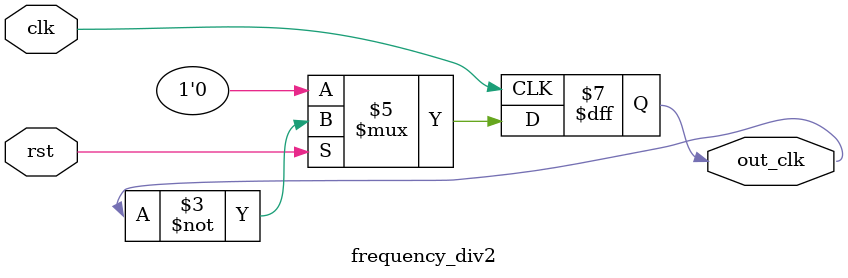
<source format=v>
module frequency_div2 ( clk ,rst,out_clk );
output reg out_clk;
input clk ;
input rst;
always @(posedge clk)
begin
if (~rst)
     out_clk <= 1'b0;
else
     out_clk <= ~out_clk;	
end
endmodule
</source>
